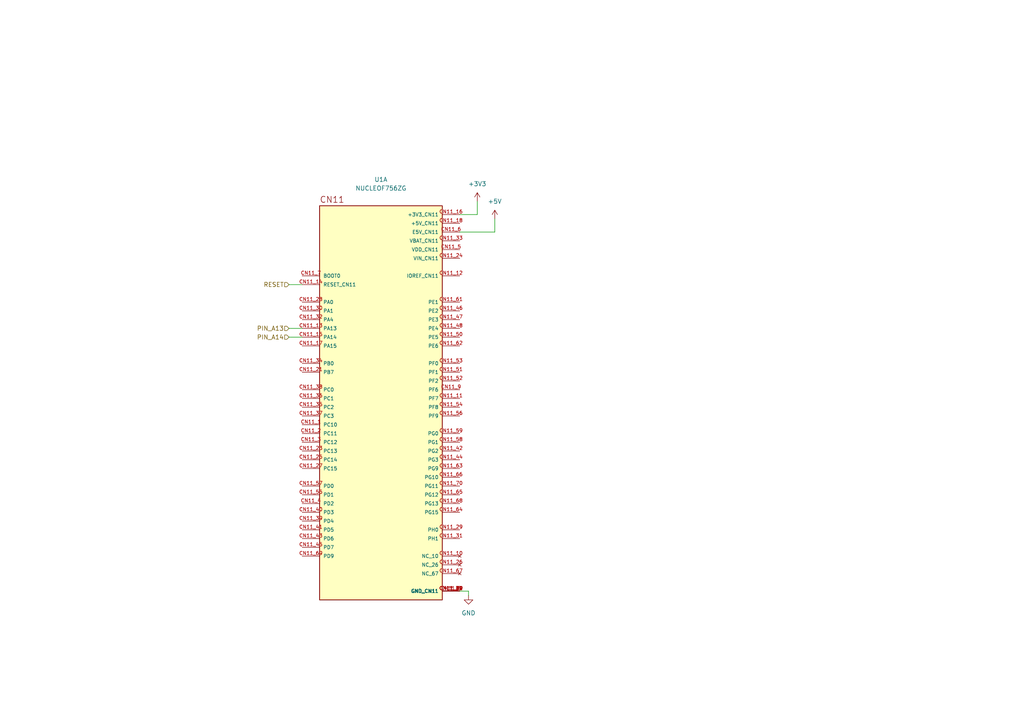
<source format=kicad_sch>
(kicad_sch (version 20230121) (generator eeschema)
  (paper "A4")
  (lib_symbols
    (symbol "nucleo:NUCLEOF756ZG" (pin_names (offset 1.016))
      (property "Reference" "U" (at -17.78 59.69 0))
      (property "Value" "NUCLEOF756ZG" (at -17.78 -59.69 0))
      (symbol "NUCLEOF756ZG_1_0"
        (rectangle (start -17.78 -58.42) (end 17.78 55.88) (stroke (width 0.254)) (fill (type background)))
        (text "CN11" (at -17.78 56.642 0) (effects (font (size 1.778 1.778)) (justify left bottom)))
        (pin bidirectional line (at -22.86 -7.62 0) (length 5.08) (name "PC10") (number "CN11_1"))
        (pin no_connect line (at 22.86 -45.72 180) (length 5.08) (name "NC_10") (number "CN11_10"))
        (pin bidirectional line (at 22.86 0 180) (length 5.08) (name "PF7") (number "CN11_11"))
        (pin bidirectional line (at 22.86 35.56 180) (length 5.08) (name "IOREF_CN11") (number "CN11_12"))
        (pin bidirectional line (at -22.86 20.32 0) (length 5.08) (name "PA13") (number "CN11_13"))
        (pin bidirectional line (at -22.86 33.02 0) (length 5.08) (name "RESET_CN11") (number "CN11_14"))
        (pin bidirectional line (at -22.86 17.78 0) (length 5.08) (name "PA14") (number "CN11_15"))
        (pin power_in line (at 22.86 53.34 180) (length 5.08) (name "+3V3_CN11") (number "CN11_16"))
        (pin bidirectional line (at -22.86 15.24 0) (length 5.08) (name "PA15") (number "CN11_17"))
        (pin power_in line (at 22.86 50.8 180) (length 5.08) (name "+5V_CN11") (number "CN11_18"))
        (pin power_in line (at 22.86 -55.88 180) (length 5.08) (name "GND_CN11") (number "CN11_19"))
        (pin bidirectional line (at -22.86 -10.16 0) (length 5.08) (name "PC11") (number "CN11_2"))
        (pin power_in line (at 22.86 -55.88 180) (length 5.08) (name "GND_CN11") (number "CN11_20"))
        (pin bidirectional line (at -22.86 7.62 0) (length 5.08) (name "PB7") (number "CN11_21"))
        (pin power_in line (at 22.86 -55.88 180) (length 5.08) (name "GND_CN11") (number "CN11_22"))
        (pin bidirectional line (at -22.86 -15.24 0) (length 5.08) (name "PC13") (number "CN11_23"))
        (pin power_in line (at 22.86 40.64 180) (length 5.08) (name "VIN_CN11") (number "CN11_24"))
        (pin bidirectional line (at -22.86 -17.78 0) (length 5.08) (name "PC14") (number "CN11_25"))
        (pin no_connect line (at 22.86 -48.26 180) (length 5.08) (name "NC_26") (number "CN11_26"))
        (pin bidirectional line (at -22.86 -20.32 0) (length 5.08) (name "PC15") (number "CN11_27"))
        (pin bidirectional line (at -22.86 27.94 0) (length 5.08) (name "PA0") (number "CN11_28"))
        (pin bidirectional line (at 22.86 -38.1 180) (length 5.08) (name "PH0") (number "CN11_29"))
        (pin bidirectional line (at -22.86 -12.7 0) (length 5.08) (name "PC12") (number "CN11_3"))
        (pin bidirectional line (at -22.86 25.4 0) (length 5.08) (name "PA1") (number "CN11_30"))
        (pin bidirectional line (at 22.86 -40.64 180) (length 5.08) (name "PH1") (number "CN11_31"))
        (pin bidirectional line (at -22.86 22.86 0) (length 5.08) (name "PA4") (number "CN11_32"))
        (pin power_in line (at 22.86 45.72 180) (length 5.08) (name "VBAT_CN11") (number "CN11_33"))
        (pin bidirectional line (at -22.86 10.16 0) (length 5.08) (name "PB0") (number "CN11_34"))
        (pin bidirectional line (at -22.86 -2.54 0) (length 5.08) (name "PC2") (number "CN11_35"))
        (pin bidirectional line (at -22.86 0 0) (length 5.08) (name "PC1") (number "CN11_36"))
        (pin bidirectional line (at -22.86 -5.08 0) (length 5.08) (name "PC3") (number "CN11_37"))
        (pin bidirectional line (at -22.86 2.54 0) (length 5.08) (name "PC0") (number "CN11_38"))
        (pin bidirectional line (at -22.86 -35.56 0) (length 5.08) (name "PD4") (number "CN11_39"))
        (pin bidirectional line (at -22.86 -30.48 0) (length 5.08) (name "PD2") (number "CN11_4"))
        (pin bidirectional line (at -22.86 -33.02 0) (length 5.08) (name "PD3") (number "CN11_40"))
        (pin bidirectional line (at -22.86 -38.1 0) (length 5.08) (name "PD5") (number "CN11_41"))
        (pin bidirectional line (at 22.86 -15.24 180) (length 5.08) (name "PG2") (number "CN11_42"))
        (pin bidirectional line (at -22.86 -40.64 0) (length 5.08) (name "PD6") (number "CN11_43"))
        (pin bidirectional line (at 22.86 -17.78 180) (length 5.08) (name "PG3") (number "CN11_44"))
        (pin bidirectional line (at -22.86 -43.18 0) (length 5.08) (name "PD7") (number "CN11_45"))
        (pin bidirectional line (at 22.86 25.4 180) (length 5.08) (name "PE2") (number "CN11_46"))
        (pin bidirectional line (at 22.86 22.86 180) (length 5.08) (name "PE3") (number "CN11_47"))
        (pin bidirectional line (at 22.86 20.32 180) (length 5.08) (name "PE4") (number "CN11_48"))
        (pin power_in line (at 22.86 -55.88 180) (length 5.08) (name "GND_CN11") (number "CN11_49"))
        (pin power_in line (at 22.86 43.18 180) (length 5.08) (name "VDD_CN11") (number "CN11_5"))
        (pin bidirectional line (at 22.86 17.78 180) (length 5.08) (name "PE5") (number "CN11_50"))
        (pin bidirectional line (at 22.86 7.62 180) (length 5.08) (name "PF1") (number "CN11_51"))
        (pin bidirectional line (at 22.86 5.08 180) (length 5.08) (name "PF2") (number "CN11_52"))
        (pin bidirectional line (at 22.86 10.16 180) (length 5.08) (name "PF0") (number "CN11_53"))
        (pin bidirectional line (at 22.86 -2.54 180) (length 5.08) (name "PF8") (number "CN11_54"))
        (pin bidirectional line (at -22.86 -27.94 0) (length 5.08) (name "PD1") (number "CN11_55"))
        (pin bidirectional line (at 22.86 -5.08 180) (length 5.08) (name "PF9") (number "CN11_56"))
        (pin bidirectional line (at -22.86 -25.4 0) (length 5.08) (name "PD0") (number "CN11_57"))
        (pin bidirectional line (at 22.86 -12.7 180) (length 5.08) (name "PG1") (number "CN11_58"))
        (pin bidirectional line (at 22.86 -10.16 180) (length 5.08) (name "PG0") (number "CN11_59"))
        (pin power_in line (at 22.86 48.26 180) (length 5.08) (name "E5V_CN11") (number "CN11_6"))
        (pin power_in line (at 22.86 -55.88 180) (length 5.08) (name "GND_CN11") (number "CN11_60"))
        (pin bidirectional line (at 22.86 27.94 180) (length 5.08) (name "PE1") (number "CN11_61"))
        (pin bidirectional line (at 22.86 15.24 180) (length 5.08) (name "PE6") (number "CN11_62"))
        (pin bidirectional line (at 22.86 -20.32 180) (length 5.08) (name "PG9") (number "CN11_63"))
        (pin bidirectional line (at 22.86 -33.02 180) (length 5.08) (name "PG15") (number "CN11_64"))
        (pin bidirectional line (at 22.86 -27.94 180) (length 5.08) (name "PG12") (number "CN11_65"))
        (pin bidirectional line (at 22.86 -22.86 180) (length 5.08) (name "PG10") (number "CN11_66"))
        (pin no_connect line (at 22.86 -50.8 180) (length 5.08) (name "NC_67") (number "CN11_67"))
        (pin bidirectional line (at 22.86 -30.48 180) (length 5.08) (name "PG13") (number "CN11_68"))
        (pin bidirectional line (at -22.86 -45.72 0) (length 5.08) (name "PD9") (number "CN11_69"))
        (pin bidirectional line (at -22.86 35.56 0) (length 5.08) (name "BOOT0") (number "CN11_7"))
        (pin bidirectional line (at 22.86 -25.4 180) (length 5.08) (name "PG11") (number "CN11_70"))
        (pin power_in line (at 22.86 -55.88 180) (length 5.08) (name "GND_CN11") (number "CN11_71"))
        (pin power_in line (at 22.86 -55.88 180) (length 5.08) (name "GND_CN11") (number "CN11_72"))
        (pin power_in line (at 22.86 -55.88 180) (length 5.08) (name "GND_CN11") (number "CN11_8"))
        (pin bidirectional line (at 22.86 2.54 180) (length 5.08) (name "PF6") (number "CN11_9"))
      )
      (symbol "NUCLEOF756ZG_2_0"
        (rectangle (start -17.78 -53.34) (end 17.78 53.34) (stroke (width 0.254)) (fill (type background)))
        (text "CN12" (at -17.78 54.102 0) (effects (font (size 1.778 1.778)) (justify left bottom)))
        (pin bidirectional line (at -22.86 -35.56 0) (length 5.08) (name "PC9") (number "CN12_1"))
        (pin bidirectional line (at 22.86 43.18 180) (length 5.08) (name "PD8") (number "CN12_10"))
        (pin bidirectional line (at -22.86 38.1 0) (length 5.08) (name "PA5") (number "CN12_11"))
        (pin bidirectional line (at -22.86 20.32 0) (length 5.08) (name "PA12") (number "CN12_12"))
        (pin bidirectional line (at -22.86 35.56 0) (length 5.08) (name "PA6") (number "CN12_13"))
        (pin bidirectional line (at -22.86 22.86 0) (length 5.08) (name "PA11") (number "CN12_14"))
        (pin bidirectional line (at -22.86 33.02 0) (length 5.08) (name "PA7") (number "CN12_15"))
        (pin bidirectional line (at -22.86 -10.16 0) (length 5.08) (name "PB12") (number "CN12_16"))
        (pin bidirectional line (at -22.86 2.54 0) (length 5.08) (name "PB6") (number "CN12_17"))
        (pin bidirectional line (at -22.86 -7.62 0) (length 5.08) (name "PB11") (number "CN12_18"))
        (pin bidirectional line (at -22.86 -30.48 0) (length 5.08) (name "PC7") (number "CN12_19"))
        (pin bidirectional line (at -22.86 -33.02 0) (length 5.08) (name "PC8") (number "CN12_2"))
        (pin power_in line (at 22.86 -50.8 180) (length 5.08) (name "GND_CN12") (number "CN12_20"))
        (pin bidirectional line (at -22.86 27.94 0) (length 5.08) (name "PA9") (number "CN12_21"))
        (pin bidirectional line (at -22.86 12.7 0) (length 5.08) (name "PB2") (number "CN12_22"))
        (pin bidirectional line (at -22.86 30.48 0) (length 5.08) (name "PA8") (number "CN12_23"))
        (pin bidirectional line (at -22.86 15.24 0) (length 5.08) (name "PB1") (number "CN12_24"))
        (pin bidirectional line (at -22.86 -5.08 0) (length 5.08) (name "PB10") (number "CN12_25"))
        (pin bidirectional line (at -22.86 -17.78 0) (length 5.08) (name "PB15") (number "CN12_26"))
        (pin bidirectional line (at -22.86 7.62 0) (length 5.08) (name "PB4") (number "CN12_27"))
        (pin bidirectional line (at -22.86 -15.24 0) (length 5.08) (name "PB14") (number "CN12_28"))
        (pin bidirectional line (at -22.86 5.08 0) (length 5.08) (name "PB5") (number "CN12_29"))
        (pin bidirectional line (at -22.86 0 0) (length 5.08) (name "PB8") (number "CN12_3"))
        (pin bidirectional line (at -22.86 -12.7 0) (length 5.08) (name "PB13") (number "CN12_30"))
        (pin bidirectional line (at -22.86 10.16 0) (length 5.08) (name "PB3") (number "CN12_31"))
        (pin power_in line (at 22.86 -48.26 180) (length 5.08) (name "AGND_CN12") (number "CN12_32"))
        (pin bidirectional line (at -22.86 25.4 0) (length 5.08) (name "PA10") (number "CN12_33"))
        (pin bidirectional line (at -22.86 -22.86 0) (length 5.08) (name "PC4") (number "CN12_34"))
        (pin bidirectional line (at -22.86 43.18 0) (length 5.08) (name "PA2") (number "CN12_35"))
        (pin bidirectional line (at 22.86 -10.16 180) (length 5.08) (name "PF5") (number "CN12_36"))
        (pin bidirectional line (at -22.86 40.64 0) (length 5.08) (name "PA3") (number "CN12_37"))
        (pin bidirectional line (at 22.86 -7.62 180) (length 5.08) (name "PF4") (number "CN12_38"))
        (pin power_in line (at 22.86 -50.8 180) (length 5.08) (name "GND_CN12") (number "CN12_39"))
        (pin bidirectional line (at -22.86 -27.94 0) (length 5.08) (name "PC6") (number "CN12_4"))
        (pin bidirectional line (at 22.86 17.78 180) (length 5.08) (name "PE8") (number "CN12_40"))
        (pin bidirectional line (at 22.86 33.02 180) (length 5.08) (name "PD13") (number "CN12_41"))
        (pin bidirectional line (at 22.86 -12.7 180) (length 5.08) (name "PF10") (number "CN12_42"))
        (pin bidirectional line (at 22.86 35.56 180) (length 5.08) (name "PD12") (number "CN12_43"))
        (pin bidirectional line (at 22.86 20.32 180) (length 5.08) (name "PE7") (number "CN12_44"))
        (pin bidirectional line (at 22.86 38.1 180) (length 5.08) (name "PD11") (number "CN12_45"))
        (pin bidirectional line (at 22.86 30.48 180) (length 5.08) (name "PD14") (number "CN12_46"))
        (pin bidirectional line (at 22.86 12.7 180) (length 5.08) (name "PE10") (number "CN12_47"))
        (pin bidirectional line (at 22.86 27.94 180) (length 5.08) (name "PD15") (number "CN12_48"))
        (pin bidirectional line (at 22.86 7.62 180) (length 5.08) (name "PE12") (number "CN12_49"))
        (pin bidirectional line (at -22.86 -2.54 0) (length 5.08) (name "PB9") (number "CN12_5"))
        (pin bidirectional line (at 22.86 -22.86 180) (length 5.08) (name "PF14") (number "CN12_50"))
        (pin bidirectional line (at 22.86 2.54 180) (length 5.08) (name "PE14") (number "CN12_51"))
        (pin bidirectional line (at 22.86 15.24 180) (length 5.08) (name "PE9") (number "CN12_52"))
        (pin bidirectional line (at 22.86 0 180) (length 5.08) (name "PE15") (number "CN12_53"))
        (pin power_in line (at 22.86 -50.8 180) (length 5.08) (name "GND_CN12") (number "CN12_54"))
        (pin bidirectional line (at 22.86 5.08 180) (length 5.08) (name "PE13") (number "CN12_55"))
        (pin bidirectional line (at 22.86 10.16 180) (length 5.08) (name "PE11") (number "CN12_56"))
        (pin bidirectional line (at 22.86 -20.32 180) (length 5.08) (name "PF13") (number "CN12_57"))
        (pin bidirectional line (at 22.86 -5.08 180) (length 5.08) (name "PF3") (number "CN12_58"))
        (pin bidirectional line (at 22.86 -17.78 180) (length 5.08) (name "PF12") (number "CN12_59"))
        (pin bidirectional line (at -22.86 -25.4 0) (length 5.08) (name "PC5") (number "CN12_6"))
        (pin bidirectional line (at 22.86 -25.4 180) (length 5.08) (name "PF15") (number "CN12_60"))
        (pin bidirectional line (at 22.86 -43.18 180) (length 5.08) (name "PG14") (number "CN12_61"))
        (pin bidirectional line (at 22.86 -15.24 180) (length 5.08) (name "PF11") (number "CN12_62"))
        (pin power_in line (at 22.86 -50.8 180) (length 5.08) (name "GND_CN12") (number "CN12_63"))
        (pin bidirectional line (at 22.86 22.86 180) (length 5.08) (name "PE0") (number "CN12_64"))
        (pin bidirectional line (at 22.86 40.64 180) (length 5.08) (name "PD10") (number "CN12_65"))
        (pin bidirectional line (at 22.86 -40.64 180) (length 5.08) (name "PG8") (number "CN12_66"))
        (pin bidirectional line (at 22.86 -38.1 180) (length 5.08) (name "PG7") (number "CN12_67"))
        (pin bidirectional line (at 22.86 -33.02 180) (length 5.08) (name "PG5") (number "CN12_68"))
        (pin bidirectional line (at 22.86 -30.48 180) (length 5.08) (name "PG4") (number "CN12_69"))
        (pin power_in line (at 22.86 50.8 180) (length 5.08) (name "AVDD_CN12") (number "CN12_7"))
        (pin bidirectional line (at 22.86 -35.56 180) (length 5.08) (name "PG6") (number "CN12_70"))
        (pin power_in line (at 22.86 -50.8 180) (length 5.08) (name "GND_CN12") (number "CN12_71"))
        (pin power_in line (at 22.86 -50.8 180) (length 5.08) (name "GND_CN12") (number "CN12_72"))
        (pin power_in line (at 22.86 48.26 180) (length 5.08) (name "U5V") (number "CN12_8"))
        (pin power_in line (at 22.86 -50.8 180) (length 5.08) (name "GND_CN12") (number "CN12_9"))
      )
      (symbol "NUCLEOF756ZG_3_0"
        (rectangle (start -27.94 -17.78) (end 27.94 17.78) (stroke (width 0.254)) (fill (type background)))
        (text "CN8" (at -27.94 18.542 0) (effects (font (size 1.778 1.778)) (justify left bottom)))
        (pin no_connect line (at 33.02 -10.16 180) (length 5.08) (name "NC_1") (number "CN8_1"))
        (pin bidirectional line (at -33.02 -10.16 0) (length 5.08) (name "D47/SDMMC_CK") (number "CN8_10"))
        (pin power_in line (at 33.02 -15.24 180) (length 5.08) (name "GND_CN8") (number "CN8_11"))
        (pin bidirectional line (at -33.02 -12.7 0) (length 5.08) (name "D48/SDMMC_CMD") (number "CN8_12"))
        (pin power_in line (at 33.02 -15.24 180) (length 5.08) (name "GND_CN8") (number "CN8_13"))
        (pin bidirectional line (at 33.02 -5.08 180) (length 5.08) (name "D49/IO") (number "CN8_14"))
        (pin power_in line (at 33.02 15.24 180) (length 5.08) (name "VIN_CN8") (number "CN8_15"))
        (pin bidirectional line (at 33.02 -2.54 180) (length 5.08) (name "D50/IO") (number "CN8_16"))
        (pin bidirectional line (at -33.02 0 0) (length 5.08) (name "D43/SDMMC_D0") (number "CN8_2"))
        (pin bidirectional line (at 33.02 5.08 180) (length 5.08) (name "IOREF_CN8") (number "CN8_3"))
        (pin bidirectional line (at -33.02 -2.54 0) (length 5.08) (name "D44/SDMMC_D1/I2S_A_CKIN") (number "CN8_4"))
        (pin bidirectional line (at -33.02 5.08 0) (length 5.08) (name "RESET_CN8") (number "CN8_5"))
        (pin bidirectional line (at -33.02 -5.08 0) (length 5.08) (name "D45/SDMMC_D2") (number "CN8_6"))
        (pin power_in line (at 33.02 10.16 180) (length 5.08) (name "+3V3_CN8") (number "CN8_7"))
        (pin bidirectional line (at -33.02 -7.62 0) (length 5.08) (name "D46/SDMMC_D3") (number "CN8_8"))
        (pin power_in line (at 33.02 12.7 180) (length 5.08) (name "+5V_CN8") (number "CN8_9"))
      )
      (symbol "NUCLEOF756ZG_4_0"
        (rectangle (start -25.4 -25.4) (end 25.4 25.4) (stroke (width 0.254)) (fill (type background)))
        (text "CN9" (at -25.4 26.162 0) (effects (font (size 1.778 1.778)) (justify left bottom)))
        (pin input line (at -30.48 22.86 0) (length 5.08) (name "A0/ADC123_IN3") (number "CN9_1"))
        (pin bidirectional line (at -30.48 -5.08 0) (length 5.08) (name "D55/USART_B_CTS") (number "CN9_10"))
        (pin input line (at -30.48 10.16 0) (length 5.08) (name "A5/ADC3_IN8/I2C1_SCL") (number "CN9_11"))
        (pin power_in line (at 30.48 -22.86 180) (length 5.08) (name "GND_CN9") (number "CN9_12"))
        (pin bidirectional line (at 30.48 -5.08 180) (length 5.08) (name "D72/NC") (number "CN9_13"))
        (pin bidirectional line (at -30.48 -10.16 0) (length 5.08) (name "D56/SAI_A_MCLK") (number "CN9_14"))
        (pin bidirectional line (at 30.48 0 180) (length 5.08) (name "D71/IO") (number "CN9_15"))
        (pin bidirectional line (at -30.48 -12.7 0) (length 5.08) (name "D57/SAI_A_FS") (number "CN9_16"))
        (pin bidirectional line (at 30.48 17.78 180) (length 5.08) (name "D70/I2C_B_SMBA") (number "CN9_17"))
        (pin bidirectional line (at -30.48 -15.24 0) (length 5.08) (name "D58/SAI_A_SCK") (number "CN9_18"))
        (pin bidirectional line (at 30.48 20.32 180) (length 5.08) (name "D69/I2C_B_SCL") (number "CN9_19"))
        (pin bidirectional line (at -30.48 5.08 0) (length 5.08) (name "D51/USART_B_SCLK") (number "CN9_2"))
        (pin bidirectional line (at -30.48 -17.78 0) (length 5.08) (name "D59/SAI_A_SD") (number "CN9_20"))
        (pin bidirectional line (at 30.48 22.86 180) (length 5.08) (name "D68/I2C_B_SDA") (number "CN9_21"))
        (pin bidirectional line (at 30.48 -17.78 180) (length 5.08) (name "D60/SAI_B_SD") (number "CN9_22"))
        (pin power_in line (at 30.48 -22.86 180) (length 5.08) (name "GND_CN9") (number "CN9_23"))
        (pin bidirectional line (at 30.48 -15.24 180) (length 5.08) (name "D61/SAI_B_SCK") (number "CN9_24"))
        (pin input line (at 30.48 10.16 180) (length 5.08) (name "D67/CAN_RX") (number "CN9_25"))
        (pin bidirectional line (at 30.48 -10.16 180) (length 5.08) (name "D62/SAI_B_MCLK") (number "CN9_26"))
        (pin output line (at 30.48 12.7 180) (length 5.08) (name "D66/CAN_TX") (number "CN9_27"))
        (pin bidirectional line (at 30.48 -12.7 180) (length 5.08) (name "D63/SAI_B_FS") (number "CN9_28"))
        (pin bidirectional line (at 30.48 2.54 180) (length 5.08) (name "D65/IO") (number "CN9_29"))
        (pin input line (at -30.48 20.32 0) (length 5.08) (name "A1/ADC123_IN10") (number "CN9_3"))
        (pin bidirectional line (at 30.48 5.08 180) (length 5.08) (name "D64/IO") (number "CN9_30"))
        (pin bidirectional line (at -30.48 2.54 0) (length 5.08) (name "D52/USART_B_RX") (number "CN9_4"))
        (pin input line (at -30.48 17.78 0) (length 5.08) (name "A2/ADC123_IN13") (number "CN9_5"))
        (pin bidirectional line (at -30.48 0 0) (length 5.08) (name "D53/USART_B_TX") (number "CN9_6"))
        (pin input line (at -30.48 15.24 0) (length 5.08) (name "A3/ADC3_IN9") (number "CN9_7"))
        (pin bidirectional line (at -30.48 -2.54 0) (length 5.08) (name "D54/USART_B_RTS") (number "CN9_8"))
        (pin input line (at -30.48 12.7 0) (length 5.08) (name "A4/ADC3_IN15/I2C1_SDA") (number "CN9_9"))
      )
      (symbol "NUCLEOF756ZG_5_0"
        (rectangle (start -33.02 -20.32) (end 33.02 20.32) (stroke (width 0.254)) (fill (type background)))
        (text "CN7" (at -33.02 21.082 0) (effects (font (size 1.778 1.778)) (justify left bottom)))
        (pin bidirectional line (at -38.1 -12.7 0) (length 5.08) (name "D16/I2S_A_MCK") (number "CN7_1"))
        (pin bidirectional line (at -38.1 -5.08 0) (length 5.08) (name "D13/SPI_A_SCK") (number "CN7_10"))
        (pin bidirectional line (at 38.1 0 180) (length 5.08) (name "D21/I2S_B_MCK") (number "CN7_11"))
        (pin bidirectional line (at -38.1 -2.54 0) (length 5.08) (name "D12/SPI_A_MISO") (number "CN7_12"))
        (pin bidirectional line (at 38.1 5.08 180) (length 5.08) (name "D22/I2S_B_SD/SPI_B_MOSI") (number "CN7_13"))
        (pin bidirectional line (at -38.1 0 0) (length 5.08) (name "D11/SPI_A_MOSI/TIM_E_PWM1") (number "CN7_14"))
        (pin bidirectional line (at 38.1 7.62 180) (length 5.08) (name "D23/I2S_B_CK/SPI_B_SCK") (number "CN7_15"))
        (pin bidirectional line (at -38.1 2.54 0) (length 5.08) (name "D10/SPI_A_CS/TIM_B_PWM3") (number "CN7_16"))
        (pin bidirectional line (at 38.1 10.16 180) (length 5.08) (name "D24/SPI_B_NSS") (number "CN7_17"))
        (pin bidirectional line (at -38.1 10.16 0) (length 5.08) (name "D9/TIMER_B_PWM2") (number "CN7_18"))
        (pin bidirectional line (at 38.1 12.7 180) (length 5.08) (name "D25/SPI_B_MISO") (number "CN7_19"))
        (pin bidirectional line (at -38.1 -10.16 0) (length 5.08) (name "D15/I2C_A_SCL") (number "CN7_2"))
        (pin bidirectional line (at -38.1 12.7 0) (length 5.08) (name "D8/IO") (number "CN7_20"))
        (pin bidirectional line (at 38.1 -12.7 180) (length 5.08) (name "D17/I2S_A_SD") (number "CN7_3"))
        (pin bidirectional line (at -38.1 -7.62 0) (length 5.08) (name "D14/I2C_A_SDA") (number "CN7_4"))
        (pin bidirectional line (at 38.1 -10.16 180) (length 5.08) (name "D18/I2S_A_CK") (number "CN7_5"))
        (pin power_in line (at 38.1 17.78 180) (length 5.08) (name "AREF") (number "CN7_6"))
        (pin bidirectional line (at 38.1 -7.62 180) (length 5.08) (name "D19/I2S_A_WS") (number "CN7_7"))
        (pin power_in line (at 38.1 -17.78 180) (length 5.08) (name "GND_CN7") (number "CN7_8"))
        (pin bidirectional line (at 38.1 -2.54 180) (length 5.08) (name "D20/I2S_B_WS") (number "CN7_9"))
      )
      (symbol "NUCLEOF756ZG_6_0"
        (rectangle (start -25.4 -30.48) (end 25.4 30.48) (stroke (width 0.254)) (fill (type background)))
        (text "CN10" (at -25.4 31.242 0) (effects (font (size 1.778 1.778)) (justify left bottom)))
        (pin power_in line (at 30.48 27.94 180) (length 5.08) (name "AVDD_CN10") (number "CN10_1"))
        (pin bidirectional line (at -30.48 0 0) (length 5.08) (name "D3/TIMER_A_PWM3") (number "CN10_10"))
        (pin input line (at -30.48 17.78 0) (length 5.08) (name "A8/ADC_C_IN") (number "CN10_11"))
        (pin bidirectional line (at 30.48 -12.7 180) (length 5.08) (name "D2/IO") (number "CN10_12"))
        (pin bidirectional line (at -30.48 -5.08 0) (length 5.08) (name "D26/QSPI_CS") (number "CN10_13"))
        (pin output line (at -30.48 10.16 0) (length 5.08) (name "D1/USART_A_TX") (number "CN10_14"))
        (pin bidirectional line (at -30.48 -7.62 0) (length 5.08) (name "D27/QSPI_CLK") (number "CN10_15"))
        (pin input line (at -30.48 12.7 0) (length 5.08) (name "D0/USART_A_RX") (number "CN10_16"))
        (pin power_in line (at 30.48 -27.94 180) (length 5.08) (name "GND_CN10") (number "CN10_17"))
        (pin bidirectional line (at 30.48 12.7 180) (length 5.08) (name "D42/TIMER_A_PWM1N") (number "CN10_18"))
        (pin bidirectional line (at -30.48 -10.16 0) (length 5.08) (name "D28/QSPI_BK1_IO3") (number "CN10_19"))
        (pin bidirectional line (at 30.48 -17.78 180) (length 5.08) (name "D7/IO") (number "CN10_2"))
        (pin bidirectional line (at 30.48 15.24 180) (length 5.08) (name "D41/TIMER_A_ETR") (number "CN10_20"))
        (pin bidirectional line (at -30.48 -12.7 0) (length 5.08) (name "D29/QSPI_BK1_IO1") (number "CN10_21"))
        (pin power_in line (at 30.48 -27.94 180) (length 5.08) (name "GND_CN10") (number "CN10_22"))
        (pin bidirectional line (at -30.48 -15.24 0) (length 5.08) (name "D30/QSPI_BK1_IO0") (number "CN10_23"))
        (pin bidirectional line (at 30.48 17.78 180) (length 5.08) (name "D40/TIMER_A_PWM2N") (number "CN10_24"))
        (pin bidirectional line (at -30.48 -17.78 0) (length 5.08) (name "D31/QSPI_BK1_IO2") (number "CN10_25"))
        (pin bidirectional line (at 30.48 20.32 180) (length 5.08) (name "D39/TIMER_A_PWM3N") (number "CN10_26"))
        (pin power_in line (at 30.48 -27.94 180) (length 5.08) (name "GND_CN10") (number "CN10_27"))
        (pin bidirectional line (at 30.48 -20.32 180) (length 5.08) (name "D38/IO") (number "CN10_28"))
        (pin bidirectional line (at 30.48 2.54 180) (length 5.08) (name "D32/TIMER_C_PWM1") (number "CN10_29"))
        (pin power_in line (at 30.48 -25.4 180) (length 5.08) (name "AGND_CN10") (number "CN10_3"))
        (pin bidirectional line (at 30.48 22.86 180) (length 5.08) (name "D37/TIMER_A_BKIN1") (number "CN10_30"))
        (pin bidirectional line (at 30.48 -7.62 180) (length 5.08) (name "D33/TIMER_D_PWM1") (number "CN10_31"))
        (pin bidirectional line (at 30.48 0 180) (length 5.08) (name "D36/TIMER_C_PWM2") (number "CN10_32"))
        (pin bidirectional line (at 30.48 7.62 180) (length 5.08) (name "D34/TIMER_B_ETR") (number "CN10_33"))
        (pin bidirectional line (at 30.48 -2.54 180) (length 5.08) (name "D35/TIMER_C_PWM3") (number "CN10_34"))
        (pin bidirectional line (at -30.48 5.08 0) (length 5.08) (name "D6/TIMER_A_PWM1") (number "CN10_4"))
        (pin power_in line (at 30.48 -27.94 180) (length 5.08) (name "GND_CN10") (number "CN10_5"))
        (pin bidirectional line (at -30.48 2.54 0) (length 5.08) (name "D5/TIMER_A_PWM2") (number "CN10_6"))
        (pin input line (at -30.48 22.86 0) (length 5.08) (name "A6/ADC_A_IN") (number "CN10_7"))
        (pin bidirectional line (at 30.48 -15.24 180) (length 5.08) (name "D4/IO") (number "CN10_8"))
        (pin input line (at -30.48 20.32 0) (length 5.08) (name "A7/ADC_B_IN") (number "CN10_9"))
      )
    )
    (symbol "power:+3V3" (power) (pin_names (offset 0))
      (property "Value" "+3V3" (at 0 3.556 0))
      (symbol "+3V3_0_1"
        (polyline (pts (xy -0.762 1.27) (xy 0 2.54)))
        (polyline (pts (xy 0 0) (xy 0 2.54)))
        (polyline (pts (xy 0 2.54) (xy 0.762 1.27)))
      )
      (symbol "+3V3_1_1"
        (pin power_in line (at 0 0 90) (length 0) hide (name "+3V3") (number "1"))
      )
    )
    (symbol "power:+5V" (power) (pin_names (offset 0))
      (property "Value" "+5V" (at 0 3.556 0))
      (symbol "+5V_0_1"
        (polyline (pts (xy -0.762 1.27) (xy 0 2.54)))
        (polyline (pts (xy 0 0) (xy 0 2.54)))
        (polyline (pts (xy 0 2.54) (xy 0.762 1.27)))
      )
      (symbol "+5V_1_1"
        (pin power_in line (at 0 0 90) (length 0) hide (name "+5V") (number "1"))
      )
    )
    (symbol "power:GND" (power) (pin_names (offset 0))
      (property "Value" "GND" (at 0 -3.81 0))
      (symbol "GND_0_1"
        (polyline (pts (xy 0 0) (xy 0 -1.27) (xy 1.27 -1.27) (xy 0 -2.54) (xy -1.27 -1.27) (xy 0 -1.27)))
      )
      (symbol "GND_1_1"
        (pin power_in line (at 0 0 270) (length 0) hide (name "GND") (number "1"))
      )
    )
  )
  (wire (pts (xy 83.82 82.55) (xy 87.63 82.55)))
  (wire (pts (xy 138.43 62.23) (xy 138.43 58.42)))
  (wire (pts (xy 133.35 62.23) (xy 138.43 62.23)))
  (wire (pts (xy 83.82 97.79) (xy 87.63 97.79)))
  (wire (pts (xy 83.82 95.25) (xy 87.63 95.25)))
  (wire (pts (xy 143.51 63.5) (xy 143.51 67.31)))
  (wire (pts (xy 133.35 67.31) (xy 143.51 67.31)))
  (wire (pts (xy 135.89 172.72) (xy 135.89 171.45)))
  (wire (pts (xy 135.89 171.45) (xy 133.35 171.45)))
  (hierarchical_label "PIN_A14" (shape input) (at 83.82 97.79 180))
  (hierarchical_label "PIN_A13" (shape input) (at 83.82 95.25 180))
  (hierarchical_label "RESET" (shape input) (at 83.82 82.55 180))
  (symbol (lib_id "nucleo:NUCLEOF756ZG") (at 110.49 115.57 0) (unit 1)
    (property "Reference" "U1" (at 110.49 52.07 0))
    (property "Value" "NUCLEOF756ZG" (at 110.49 54.61 0))
    (property "Footprint" "nucleo:MODULE_NUCLEOF756ZG" (effects hide))
    (property "MF" "STMicroelectronics" (effects hide))
    (property "Description" "\nSTM32F756ZG, mbed-Enabled Development Nucleo-144 STM32F7 ARM® Cortex®-M7 MCU 32-Bit Embedded Evaluation Board\n" (effects hide))
    (property "Package" "None" (effects hide))
    (property "Price" "None" (effects hide))
    (property "Check_prices" "https://www.snapeda.com/parts/NUCLEO-F756ZG/STMicroelectronics/view-part/?ref=eda" (effects hide))
    (property "STANDARD" "Manufacturer Recommendations" (effects hide))
    (property "PARTREV" "9" (effects hide))
    (property "SnapEDA_Link" "https://www.snapeda.com/parts/NUCLEO-F756ZG/STMicroelectronics/view-part/?ref=snap" (effects hide))
    (property "MP" "NUCLEO-F756ZG" (effects hide))
    (property "Purchase-URL" "https://www.snapeda.com/api/url_track_click_mouser/?unipart_id=3662728&manufacturer=STMicroelectronics&part_name=NUCLEO-F756ZG&search_term=nucleo-f756zg" (effects hide))
    (property "MANUFACTURER" "STMicroelectronics" (effects hide))
    (property "Availability" "In Stock" (effects hide))
    (property "SNAPEDA_PN" "NUCLEOF756ZG" (effects hide))
  )
  (symbol (lib_id "power:GND") (at 135.89 172.72 0) (unit 1)
    (property "Reference" "#PWR07" (effects hide))
    (property "Value" "GND" (at 135.89 177.8 0))
  )
  (symbol (lib_id "power:+5V") (at 143.51 63.5 0) (unit 1)
    (property "Reference" "#PWR018" (effects hide))
    (property "Value" "+5V" (at 143.51 58.42 0))
  )
  (symbol (lib_id "power:+3V3") (at 138.43 58.42 0) (unit 1)
    (property "Reference" "#PWR08" (effects hide))
    (property "Value" "+3V3" (at 138.43 53.34 0))
  )
)
</source>
